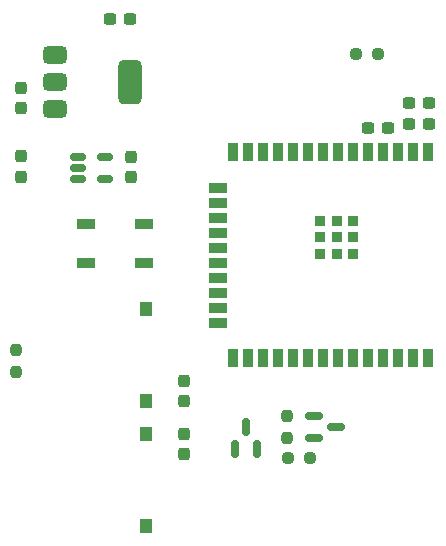
<source format=gbr>
%TF.GenerationSoftware,KiCad,Pcbnew,9.0.1*%
%TF.CreationDate,2025-10-26T23:50:52+01:00*%
%TF.ProjectId,onyks-iot-esp32-storage-rfid,6f6e796b-732d-4696-9f74-2d6573703332,rev?*%
%TF.SameCoordinates,Original*%
%TF.FileFunction,Paste,Top*%
%TF.FilePolarity,Positive*%
%FSLAX46Y46*%
G04 Gerber Fmt 4.6, Leading zero omitted, Abs format (unit mm)*
G04 Created by KiCad (PCBNEW 9.0.1) date 2025-10-26 23:50:52*
%MOMM*%
%LPD*%
G01*
G04 APERTURE LIST*
G04 Aperture macros list*
%AMRoundRect*
0 Rectangle with rounded corners*
0 $1 Rounding radius*
0 $2 $3 $4 $5 $6 $7 $8 $9 X,Y pos of 4 corners*
0 Add a 4 corners polygon primitive as box body*
4,1,4,$2,$3,$4,$5,$6,$7,$8,$9,$2,$3,0*
0 Add four circle primitives for the rounded corners*
1,1,$1+$1,$2,$3*
1,1,$1+$1,$4,$5*
1,1,$1+$1,$6,$7*
1,1,$1+$1,$8,$9*
0 Add four rect primitives between the rounded corners*
20,1,$1+$1,$2,$3,$4,$5,0*
20,1,$1+$1,$4,$5,$6,$7,0*
20,1,$1+$1,$6,$7,$8,$9,0*
20,1,$1+$1,$8,$9,$2,$3,0*%
G04 Aperture macros list end*
%ADD10RoundRect,0.237500X0.300000X0.237500X-0.300000X0.237500X-0.300000X-0.237500X0.300000X-0.237500X0*%
%ADD11RoundRect,0.237500X-0.250000X-0.237500X0.250000X-0.237500X0.250000X0.237500X-0.250000X0.237500X0*%
%ADD12R,1.000000X1.250000*%
%ADD13R,0.900000X1.500000*%
%ADD14R,1.500000X0.900000*%
%ADD15R,0.900000X0.900000*%
%ADD16RoundRect,0.237500X0.237500X-0.250000X0.237500X0.250000X-0.237500X0.250000X-0.237500X-0.250000X0*%
%ADD17RoundRect,0.237500X-0.300000X-0.237500X0.300000X-0.237500X0.300000X0.237500X-0.300000X0.237500X0*%
%ADD18RoundRect,0.090000X-0.660000X-0.360000X0.660000X-0.360000X0.660000X0.360000X-0.660000X0.360000X0*%
%ADD19RoundRect,0.150000X-0.587500X-0.150000X0.587500X-0.150000X0.587500X0.150000X-0.587500X0.150000X0*%
%ADD20RoundRect,0.237500X0.237500X-0.300000X0.237500X0.300000X-0.237500X0.300000X-0.237500X-0.300000X0*%
%ADD21RoundRect,0.150000X0.150000X-0.587500X0.150000X0.587500X-0.150000X0.587500X-0.150000X-0.587500X0*%
%ADD22RoundRect,0.150000X-0.512500X-0.150000X0.512500X-0.150000X0.512500X0.150000X-0.512500X0.150000X0*%
%ADD23RoundRect,0.375000X-0.625000X-0.375000X0.625000X-0.375000X0.625000X0.375000X-0.625000X0.375000X0*%
%ADD24RoundRect,0.500000X-0.500000X-1.400000X0.500000X-1.400000X0.500000X1.400000X-0.500000X1.400000X0*%
%ADD25RoundRect,0.237500X-0.237500X0.300000X-0.237500X-0.300000X0.237500X-0.300000X0.237500X0.300000X0*%
%ADD26RoundRect,0.237500X0.250000X0.237500X-0.250000X0.237500X-0.250000X-0.237500X0.250000X-0.237500X0*%
G04 APERTURE END LIST*
D10*
%TO.C,C9*%
X141070500Y-94234000D03*
X139345500Y-94234000D03*
%TD*%
D11*
%TO.C,R1*%
X160175000Y-97200000D03*
X162000000Y-97200000D03*
%TD*%
D12*
%TO.C,SW4*%
X142400000Y-118850000D03*
X142400000Y-126600000D03*
%TD*%
D13*
%TO.C,U1*%
X166270000Y-105500000D03*
X165000000Y-105500000D03*
X163730000Y-105500000D03*
X162460000Y-105500000D03*
X161190000Y-105500000D03*
X159920000Y-105500000D03*
X158650000Y-105500000D03*
X157380000Y-105500000D03*
X156110000Y-105500000D03*
X154840000Y-105500000D03*
X153570000Y-105500000D03*
X152300000Y-105500000D03*
X151030000Y-105500000D03*
X149760000Y-105500000D03*
D14*
X148510000Y-108540000D03*
X148510000Y-109810000D03*
X148510000Y-111080000D03*
X148510000Y-112350000D03*
X148510000Y-113620000D03*
X148510000Y-114890000D03*
X148510000Y-116160000D03*
X148510000Y-117430000D03*
X148510000Y-118700000D03*
X148510000Y-119970000D03*
D13*
X149760000Y-123000000D03*
X151030000Y-123000000D03*
X152300000Y-123000000D03*
X153570000Y-123000000D03*
X154840000Y-123000000D03*
X156110000Y-123000000D03*
X157380000Y-123000000D03*
X158650000Y-123000000D03*
X159920000Y-123000000D03*
X161190000Y-123000000D03*
X162460000Y-123000000D03*
X163730000Y-123000000D03*
X165000000Y-123000000D03*
X166270000Y-123000000D03*
D15*
X159950000Y-111350000D03*
X158550000Y-111350000D03*
X157150000Y-111350000D03*
X159950000Y-112750000D03*
X158550000Y-112750000D03*
X157150000Y-112750000D03*
X159950000Y-114150000D03*
X158550000Y-114150000D03*
X157150000Y-114150000D03*
%TD*%
D16*
%TO.C,R3*%
X154305000Y-129690500D03*
X154305000Y-127865500D03*
%TD*%
D17*
%TO.C,C1*%
X161189500Y-103505000D03*
X162914500Y-103505000D03*
%TD*%
%TO.C,C2*%
X164618500Y-103124000D03*
X166343500Y-103124000D03*
%TD*%
%TO.C,C3*%
X164618500Y-101346000D03*
X166343500Y-101346000D03*
%TD*%
D18*
%TO.C,D1*%
X137300000Y-111600000D03*
X137300000Y-114900000D03*
X142200000Y-114900000D03*
X142200000Y-111600000D03*
%TD*%
D16*
%TO.C,R4*%
X131400000Y-124105000D03*
X131400000Y-122280000D03*
%TD*%
D19*
%TO.C,Q2*%
X156621000Y-127828000D03*
X156621000Y-129728000D03*
X158496000Y-128778000D03*
%TD*%
D20*
%TO.C,C4*%
X131800000Y-107600000D03*
X131800000Y-105875000D03*
%TD*%
D21*
%TO.C,Q1*%
X149900000Y-130653000D03*
X151800000Y-130653000D03*
X150850000Y-128778000D03*
%TD*%
D22*
%TO.C,U2*%
X136600000Y-105900000D03*
X136600000Y-106850000D03*
X136600000Y-107800000D03*
X138875000Y-107800000D03*
X138875000Y-105900000D03*
%TD*%
D20*
%TO.C,C6*%
X131800000Y-101800000D03*
X131800000Y-100075000D03*
%TD*%
D23*
%TO.C,U3*%
X134700000Y-97300000D03*
X134700000Y-99600000D03*
D24*
X141000000Y-99600000D03*
D23*
X134700000Y-101900000D03*
%TD*%
D12*
%TO.C,SW3*%
X142400000Y-137150000D03*
X142400000Y-129400000D03*
%TD*%
D25*
%TO.C,C5*%
X141150000Y-105900000D03*
X141150000Y-107625000D03*
%TD*%
%TO.C,C8*%
X145600000Y-124875000D03*
X145600000Y-126600000D03*
%TD*%
D26*
%TO.C,R2*%
X156233500Y-131445000D03*
X154408500Y-131445000D03*
%TD*%
D20*
%TO.C,C7*%
X145600000Y-131125000D03*
X145600000Y-129400000D03*
%TD*%
M02*

</source>
